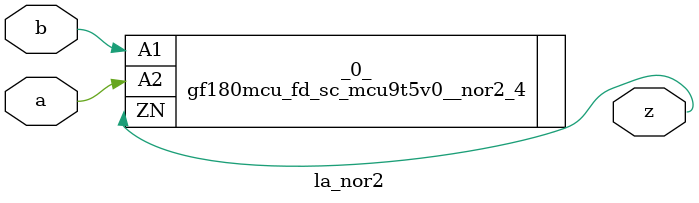
<source format=v>

/* Generated by Yosys 0.44 (git sha1 80ba43d26, g++ 11.4.0-1ubuntu1~22.04 -fPIC -O3) */

(* top =  1  *)
(* src = "generated" *)
module la_nor2 (
    a,
    b,
    z
);
  (* src = "generated" *)
  input a;
  wire a;
  (* src = "generated" *)
  input b;
  wire b;
  (* src = "generated" *)
  output z;
  wire z;
  gf180mcu_fd_sc_mcu9t5v0__nor2_4 _0_ (
      .A1(b),
      .A2(a),
      .ZN(z)
  );
endmodule

</source>
